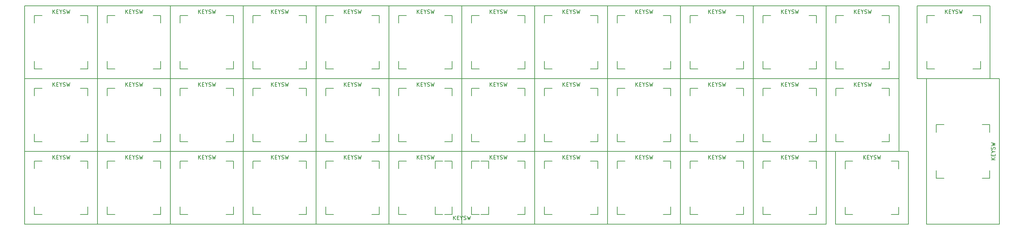
<source format=gbr>
G04 #@! TF.GenerationSoftware,KiCad,Pcbnew,(5.1.5)-3*
G04 #@! TF.CreationDate,2020-01-08T01:13:46+02:00*
G04 #@! TF.ProjectId,PRKL30,50524b4c-3330-42e6-9b69-6361645f7063,rev?*
G04 #@! TF.SameCoordinates,Original*
G04 #@! TF.FileFunction,OtherDrawing,Comment*
%FSLAX46Y46*%
G04 Gerber Fmt 4.6, Leading zero omitted, Abs format (unit mm)*
G04 Created by KiCad (PCBNEW (5.1.5)-3) date 2020-01-08 01:13:46*
%MOMM*%
%LPD*%
G04 APERTURE LIST*
%ADD10C,0.150000*%
G04 APERTURE END LIST*
D10*
X161688000Y-111775000D02*
X159688000Y-111775000D01*
X159688000Y-111775000D02*
X159688000Y-109775000D01*
X161688000Y-97775000D02*
X159688000Y-97775000D01*
X159688000Y-97775000D02*
X159688000Y-99775000D01*
X173688000Y-99775000D02*
X173688000Y-97775000D01*
X173688000Y-97775000D02*
X171688000Y-97775000D01*
X171688000Y-111775000D02*
X173688000Y-111775000D01*
X173688000Y-111775000D02*
X173688000Y-109775000D01*
X185738000Y-114300000D02*
X147638000Y-114300000D01*
X147638000Y-114300000D02*
X147638000Y-95250000D01*
X147638000Y-95250000D02*
X185738000Y-95250000D01*
X185738000Y-95250000D02*
X185738000Y-114300000D01*
X304700000Y-100250000D02*
X304700000Y-102250000D01*
X304700000Y-102250000D02*
X302700000Y-102250000D01*
X290700000Y-100250000D02*
X290700000Y-102250000D01*
X290700000Y-102250000D02*
X292700000Y-102250000D01*
X292700000Y-88250000D02*
X290700000Y-88250000D01*
X290700000Y-88250000D02*
X290700000Y-90250000D01*
X304700000Y-90250000D02*
X304700000Y-88250000D01*
X304700000Y-88250000D02*
X302700000Y-88250000D01*
X307225000Y-76200000D02*
X307225000Y-114300000D01*
X307225000Y-114300000D02*
X288175000Y-114300000D01*
X288175000Y-114300000D02*
X288175000Y-76200000D01*
X288175000Y-76200000D02*
X307225000Y-76200000D01*
X66912500Y-59675000D02*
X68912500Y-59675000D01*
X68912500Y-59675000D02*
X68912500Y-61675000D01*
X66912500Y-73675000D02*
X68912500Y-73675000D01*
X68912500Y-73675000D02*
X68912500Y-71675000D01*
X54912500Y-71675000D02*
X54912500Y-73675000D01*
X54912500Y-73675000D02*
X56912500Y-73675000D01*
X56912500Y-59675000D02*
X54912500Y-59675000D01*
X54912500Y-59675000D02*
X54912500Y-61675000D01*
X52387500Y-57150000D02*
X71437500Y-57150000D01*
X71437500Y-57150000D02*
X71437500Y-76200000D01*
X71437500Y-76200000D02*
X52387500Y-76200000D01*
X52387500Y-76200000D02*
X52387500Y-57150000D01*
X71437500Y-76200000D02*
X71437500Y-57150000D01*
X90487500Y-76200000D02*
X71437500Y-76200000D01*
X90487500Y-57150000D02*
X90487500Y-76200000D01*
X71437500Y-57150000D02*
X90487500Y-57150000D01*
X73962500Y-59675000D02*
X73962500Y-61675000D01*
X75962500Y-59675000D02*
X73962500Y-59675000D01*
X73962500Y-73675000D02*
X75962500Y-73675000D01*
X73962500Y-71675000D02*
X73962500Y-73675000D01*
X87962500Y-73675000D02*
X87962500Y-71675000D01*
X85962500Y-73675000D02*
X87962500Y-73675000D01*
X87962500Y-59675000D02*
X87962500Y-61675000D01*
X85962500Y-59675000D02*
X87962500Y-59675000D01*
X105012000Y-59675000D02*
X107012000Y-59675000D01*
X107012000Y-59675000D02*
X107012000Y-61675000D01*
X105012000Y-73675000D02*
X107012000Y-73675000D01*
X107012000Y-73675000D02*
X107012000Y-71675000D01*
X93012000Y-71675000D02*
X93012000Y-73675000D01*
X93012000Y-73675000D02*
X95012000Y-73675000D01*
X95012000Y-59675000D02*
X93012000Y-59675000D01*
X93012000Y-59675000D02*
X93012000Y-61675000D01*
X90487000Y-57150000D02*
X109537000Y-57150000D01*
X109537000Y-57150000D02*
X109537000Y-76200000D01*
X109537000Y-76200000D02*
X90487000Y-76200000D01*
X90487000Y-76200000D02*
X90487000Y-57150000D01*
X109537000Y-76200000D02*
X109537000Y-57150000D01*
X128587000Y-76200000D02*
X109537000Y-76200000D01*
X128587000Y-57150000D02*
X128587000Y-76200000D01*
X109537000Y-57150000D02*
X128587000Y-57150000D01*
X112062000Y-59675000D02*
X112062000Y-61675000D01*
X114062000Y-59675000D02*
X112062000Y-59675000D01*
X112062000Y-73675000D02*
X114062000Y-73675000D01*
X112062000Y-71675000D02*
X112062000Y-73675000D01*
X126062000Y-73675000D02*
X126062000Y-71675000D01*
X124062000Y-73675000D02*
X126062000Y-73675000D01*
X126062000Y-59675000D02*
X126062000Y-61675000D01*
X124062000Y-59675000D02*
X126062000Y-59675000D01*
X128587000Y-76200000D02*
X128587000Y-57150000D01*
X147637000Y-76200000D02*
X128587000Y-76200000D01*
X147637000Y-57150000D02*
X147637000Y-76200000D01*
X128587000Y-57150000D02*
X147637000Y-57150000D01*
X131112000Y-59675000D02*
X131112000Y-61675000D01*
X133112000Y-59675000D02*
X131112000Y-59675000D01*
X131112000Y-73675000D02*
X133112000Y-73675000D01*
X131112000Y-71675000D02*
X131112000Y-73675000D01*
X145112000Y-73675000D02*
X145112000Y-71675000D01*
X143112000Y-73675000D02*
X145112000Y-73675000D01*
X145112000Y-59675000D02*
X145112000Y-61675000D01*
X143112000Y-59675000D02*
X145112000Y-59675000D01*
X147637000Y-76200000D02*
X147637000Y-57150000D01*
X166687000Y-76200000D02*
X147637000Y-76200000D01*
X166687000Y-57150000D02*
X166687000Y-76200000D01*
X147637000Y-57150000D02*
X166687000Y-57150000D01*
X150162000Y-59675000D02*
X150162000Y-61675000D01*
X152162000Y-59675000D02*
X150162000Y-59675000D01*
X150162000Y-73675000D02*
X152162000Y-73675000D01*
X150162000Y-71675000D02*
X150162000Y-73675000D01*
X164162000Y-73675000D02*
X164162000Y-71675000D01*
X162162000Y-73675000D02*
X164162000Y-73675000D01*
X164162000Y-59675000D02*
X164162000Y-61675000D01*
X162162000Y-59675000D02*
X164162000Y-59675000D01*
X166687000Y-76200000D02*
X166687000Y-57150000D01*
X185737000Y-76200000D02*
X166687000Y-76200000D01*
X185737000Y-57150000D02*
X185737000Y-76200000D01*
X166687000Y-57150000D02*
X185737000Y-57150000D01*
X169212000Y-59675000D02*
X169212000Y-61675000D01*
X171212000Y-59675000D02*
X169212000Y-59675000D01*
X169212000Y-73675000D02*
X171212000Y-73675000D01*
X169212000Y-71675000D02*
X169212000Y-73675000D01*
X183212000Y-73675000D02*
X183212000Y-71675000D01*
X181212000Y-73675000D02*
X183212000Y-73675000D01*
X183212000Y-59675000D02*
X183212000Y-61675000D01*
X181212000Y-59675000D02*
X183212000Y-59675000D01*
X185737000Y-76200000D02*
X185737000Y-57150000D01*
X204787000Y-76200000D02*
X185737000Y-76200000D01*
X204787000Y-57150000D02*
X204787000Y-76200000D01*
X185737000Y-57150000D02*
X204787000Y-57150000D01*
X188262000Y-59675000D02*
X188262000Y-61675000D01*
X190262000Y-59675000D02*
X188262000Y-59675000D01*
X188262000Y-73675000D02*
X190262000Y-73675000D01*
X188262000Y-71675000D02*
X188262000Y-73675000D01*
X202262000Y-73675000D02*
X202262000Y-71675000D01*
X200262000Y-73675000D02*
X202262000Y-73675000D01*
X202262000Y-59675000D02*
X202262000Y-61675000D01*
X200262000Y-59675000D02*
X202262000Y-59675000D01*
X204787000Y-76200000D02*
X204787000Y-57150000D01*
X223837000Y-76200000D02*
X204787000Y-76200000D01*
X223837000Y-57150000D02*
X223837000Y-76200000D01*
X204787000Y-57150000D02*
X223837000Y-57150000D01*
X207312000Y-59675000D02*
X207312000Y-61675000D01*
X209312000Y-59675000D02*
X207312000Y-59675000D01*
X207312000Y-73675000D02*
X209312000Y-73675000D01*
X207312000Y-71675000D02*
X207312000Y-73675000D01*
X221312000Y-73675000D02*
X221312000Y-71675000D01*
X219312000Y-73675000D02*
X221312000Y-73675000D01*
X221312000Y-59675000D02*
X221312000Y-61675000D01*
X219312000Y-59675000D02*
X221312000Y-59675000D01*
X238362000Y-59675000D02*
X240362000Y-59675000D01*
X240362000Y-59675000D02*
X240362000Y-61675000D01*
X238362000Y-73675000D02*
X240362000Y-73675000D01*
X240362000Y-73675000D02*
X240362000Y-71675000D01*
X226362000Y-71675000D02*
X226362000Y-73675000D01*
X226362000Y-73675000D02*
X228362000Y-73675000D01*
X228362000Y-59675000D02*
X226362000Y-59675000D01*
X226362000Y-59675000D02*
X226362000Y-61675000D01*
X223837000Y-57150000D02*
X242887000Y-57150000D01*
X242887000Y-57150000D02*
X242887000Y-76200000D01*
X242887000Y-76200000D02*
X223837000Y-76200000D01*
X223837000Y-76200000D02*
X223837000Y-57150000D01*
X242887000Y-76200000D02*
X242887000Y-57150000D01*
X261937000Y-76200000D02*
X242887000Y-76200000D01*
X261937000Y-57150000D02*
X261937000Y-76200000D01*
X242887000Y-57150000D02*
X261937000Y-57150000D01*
X245412000Y-59675000D02*
X245412000Y-61675000D01*
X247412000Y-59675000D02*
X245412000Y-59675000D01*
X245412000Y-73675000D02*
X247412000Y-73675000D01*
X245412000Y-71675000D02*
X245412000Y-73675000D01*
X259412000Y-73675000D02*
X259412000Y-71675000D01*
X257412000Y-73675000D02*
X259412000Y-73675000D01*
X259412000Y-59675000D02*
X259412000Y-61675000D01*
X257412000Y-59675000D02*
X259412000Y-59675000D01*
X261937000Y-76200000D02*
X261937000Y-57150000D01*
X280987000Y-76200000D02*
X261937000Y-76200000D01*
X280987000Y-57150000D02*
X280987000Y-76200000D01*
X261937000Y-57150000D02*
X280987000Y-57150000D01*
X264462000Y-59675000D02*
X264462000Y-61675000D01*
X266462000Y-59675000D02*
X264462000Y-59675000D01*
X264462000Y-73675000D02*
X266462000Y-73675000D01*
X264462000Y-71675000D02*
X264462000Y-73675000D01*
X278462000Y-73675000D02*
X278462000Y-71675000D01*
X276462000Y-73675000D02*
X278462000Y-73675000D01*
X278462000Y-59675000D02*
X278462000Y-61675000D01*
X276462000Y-59675000D02*
X278462000Y-59675000D01*
X52387500Y-95250000D02*
X52387500Y-76200000D01*
X71437500Y-95250000D02*
X52387500Y-95250000D01*
X71437500Y-76200000D02*
X71437500Y-95250000D01*
X52387500Y-76200000D02*
X71437500Y-76200000D01*
X54912500Y-78725000D02*
X54912500Y-80725000D01*
X56912500Y-78725000D02*
X54912500Y-78725000D01*
X54912500Y-92725000D02*
X56912500Y-92725000D01*
X54912500Y-90725000D02*
X54912500Y-92725000D01*
X68912500Y-92725000D02*
X68912500Y-90725000D01*
X66912500Y-92725000D02*
X68912500Y-92725000D01*
X68912500Y-78725000D02*
X68912500Y-80725000D01*
X66912500Y-78725000D02*
X68912500Y-78725000D01*
X71437500Y-95250000D02*
X71437500Y-76200000D01*
X90487500Y-95250000D02*
X71437500Y-95250000D01*
X90487500Y-76200000D02*
X90487500Y-95250000D01*
X71437500Y-76200000D02*
X90487500Y-76200000D01*
X73962500Y-78725000D02*
X73962500Y-80725000D01*
X75962500Y-78725000D02*
X73962500Y-78725000D01*
X73962500Y-92725000D02*
X75962500Y-92725000D01*
X73962500Y-90725000D02*
X73962500Y-92725000D01*
X87962500Y-92725000D02*
X87962500Y-90725000D01*
X85962500Y-92725000D02*
X87962500Y-92725000D01*
X87962500Y-78725000D02*
X87962500Y-80725000D01*
X85962500Y-78725000D02*
X87962500Y-78725000D01*
X90487000Y-95250000D02*
X90487000Y-76200000D01*
X109537000Y-95250000D02*
X90487000Y-95250000D01*
X109537000Y-76200000D02*
X109537000Y-95250000D01*
X90487000Y-76200000D02*
X109537000Y-76200000D01*
X93012000Y-78725000D02*
X93012000Y-80725000D01*
X95012000Y-78725000D02*
X93012000Y-78725000D01*
X93012000Y-92725000D02*
X95012000Y-92725000D01*
X93012000Y-90725000D02*
X93012000Y-92725000D01*
X107012000Y-92725000D02*
X107012000Y-90725000D01*
X105012000Y-92725000D02*
X107012000Y-92725000D01*
X107012000Y-78725000D02*
X107012000Y-80725000D01*
X105012000Y-78725000D02*
X107012000Y-78725000D01*
X109537000Y-95250000D02*
X109537000Y-76200000D01*
X128587000Y-95250000D02*
X109537000Y-95250000D01*
X128587000Y-76200000D02*
X128587000Y-95250000D01*
X109537000Y-76200000D02*
X128587000Y-76200000D01*
X112062000Y-78725000D02*
X112062000Y-80725000D01*
X114062000Y-78725000D02*
X112062000Y-78725000D01*
X112062000Y-92725000D02*
X114062000Y-92725000D01*
X112062000Y-90725000D02*
X112062000Y-92725000D01*
X126062000Y-92725000D02*
X126062000Y-90725000D01*
X124062000Y-92725000D02*
X126062000Y-92725000D01*
X126062000Y-78725000D02*
X126062000Y-80725000D01*
X124062000Y-78725000D02*
X126062000Y-78725000D01*
X128587000Y-95250000D02*
X128587000Y-76200000D01*
X147637000Y-95250000D02*
X128587000Y-95250000D01*
X147637000Y-76200000D02*
X147637000Y-95250000D01*
X128587000Y-76200000D02*
X147637000Y-76200000D01*
X131112000Y-78725000D02*
X131112000Y-80725000D01*
X133112000Y-78725000D02*
X131112000Y-78725000D01*
X131112000Y-92725000D02*
X133112000Y-92725000D01*
X131112000Y-90725000D02*
X131112000Y-92725000D01*
X145112000Y-92725000D02*
X145112000Y-90725000D01*
X143112000Y-92725000D02*
X145112000Y-92725000D01*
X145112000Y-78725000D02*
X145112000Y-80725000D01*
X143112000Y-78725000D02*
X145112000Y-78725000D01*
X147637000Y-95250000D02*
X147637000Y-76200000D01*
X166687000Y-95250000D02*
X147637000Y-95250000D01*
X166687000Y-76200000D02*
X166687000Y-95250000D01*
X147637000Y-76200000D02*
X166687000Y-76200000D01*
X150162000Y-78725000D02*
X150162000Y-80725000D01*
X152162000Y-78725000D02*
X150162000Y-78725000D01*
X150162000Y-92725000D02*
X152162000Y-92725000D01*
X150162000Y-90725000D02*
X150162000Y-92725000D01*
X164162000Y-92725000D02*
X164162000Y-90725000D01*
X162162000Y-92725000D02*
X164162000Y-92725000D01*
X164162000Y-78725000D02*
X164162000Y-80725000D01*
X162162000Y-78725000D02*
X164162000Y-78725000D01*
X166687000Y-95250000D02*
X166687000Y-76200000D01*
X185737000Y-95250000D02*
X166687000Y-95250000D01*
X185737000Y-76200000D02*
X185737000Y-95250000D01*
X166687000Y-76200000D02*
X185737000Y-76200000D01*
X169212000Y-78725000D02*
X169212000Y-80725000D01*
X171212000Y-78725000D02*
X169212000Y-78725000D01*
X169212000Y-92725000D02*
X171212000Y-92725000D01*
X169212000Y-90725000D02*
X169212000Y-92725000D01*
X183212000Y-92725000D02*
X183212000Y-90725000D01*
X181212000Y-92725000D02*
X183212000Y-92725000D01*
X183212000Y-78725000D02*
X183212000Y-80725000D01*
X181212000Y-78725000D02*
X183212000Y-78725000D01*
X185737000Y-95250000D02*
X185737000Y-76200000D01*
X204787000Y-95250000D02*
X185737000Y-95250000D01*
X204787000Y-76200000D02*
X204787000Y-95250000D01*
X185737000Y-76200000D02*
X204787000Y-76200000D01*
X188262000Y-78725000D02*
X188262000Y-80725000D01*
X190262000Y-78725000D02*
X188262000Y-78725000D01*
X188262000Y-92725000D02*
X190262000Y-92725000D01*
X188262000Y-90725000D02*
X188262000Y-92725000D01*
X202262000Y-92725000D02*
X202262000Y-90725000D01*
X200262000Y-92725000D02*
X202262000Y-92725000D01*
X202262000Y-78725000D02*
X202262000Y-80725000D01*
X200262000Y-78725000D02*
X202262000Y-78725000D01*
X219312000Y-78725000D02*
X221312000Y-78725000D01*
X221312000Y-78725000D02*
X221312000Y-80725000D01*
X219312000Y-92725000D02*
X221312000Y-92725000D01*
X221312000Y-92725000D02*
X221312000Y-90725000D01*
X207312000Y-90725000D02*
X207312000Y-92725000D01*
X207312000Y-92725000D02*
X209312000Y-92725000D01*
X209312000Y-78725000D02*
X207312000Y-78725000D01*
X207312000Y-78725000D02*
X207312000Y-80725000D01*
X204787000Y-76200000D02*
X223837000Y-76200000D01*
X223837000Y-76200000D02*
X223837000Y-95250000D01*
X223837000Y-95250000D02*
X204787000Y-95250000D01*
X204787000Y-95250000D02*
X204787000Y-76200000D01*
X238362000Y-78725000D02*
X240362000Y-78725000D01*
X240362000Y-78725000D02*
X240362000Y-80725000D01*
X238362000Y-92725000D02*
X240362000Y-92725000D01*
X240362000Y-92725000D02*
X240362000Y-90725000D01*
X226362000Y-90725000D02*
X226362000Y-92725000D01*
X226362000Y-92725000D02*
X228362000Y-92725000D01*
X228362000Y-78725000D02*
X226362000Y-78725000D01*
X226362000Y-78725000D02*
X226362000Y-80725000D01*
X223837000Y-76200000D02*
X242887000Y-76200000D01*
X242887000Y-76200000D02*
X242887000Y-95250000D01*
X242887000Y-95250000D02*
X223837000Y-95250000D01*
X223837000Y-95250000D02*
X223837000Y-76200000D01*
X257412000Y-78725000D02*
X259412000Y-78725000D01*
X259412000Y-78725000D02*
X259412000Y-80725000D01*
X257412000Y-92725000D02*
X259412000Y-92725000D01*
X259412000Y-92725000D02*
X259412000Y-90725000D01*
X245412000Y-90725000D02*
X245412000Y-92725000D01*
X245412000Y-92725000D02*
X247412000Y-92725000D01*
X247412000Y-78725000D02*
X245412000Y-78725000D01*
X245412000Y-78725000D02*
X245412000Y-80725000D01*
X242887000Y-76200000D02*
X261937000Y-76200000D01*
X261937000Y-76200000D02*
X261937000Y-95250000D01*
X261937000Y-95250000D02*
X242887000Y-95250000D01*
X242887000Y-95250000D02*
X242887000Y-76200000D01*
X276462000Y-78725000D02*
X278462000Y-78725000D01*
X278462000Y-78725000D02*
X278462000Y-80725000D01*
X276462000Y-92725000D02*
X278462000Y-92725000D01*
X278462000Y-92725000D02*
X278462000Y-90725000D01*
X264462000Y-90725000D02*
X264462000Y-92725000D01*
X264462000Y-92725000D02*
X266462000Y-92725000D01*
X266462000Y-78725000D02*
X264462000Y-78725000D01*
X264462000Y-78725000D02*
X264462000Y-80725000D01*
X261937000Y-76200000D02*
X280987000Y-76200000D01*
X280987000Y-76200000D02*
X280987000Y-95250000D01*
X280987000Y-95250000D02*
X261937000Y-95250000D01*
X261937000Y-95250000D02*
X261937000Y-76200000D01*
X66912500Y-97775000D02*
X68912500Y-97775000D01*
X68912500Y-97775000D02*
X68912500Y-99775000D01*
X66912500Y-111775000D02*
X68912500Y-111775000D01*
X68912500Y-111775000D02*
X68912500Y-109775000D01*
X54912500Y-109775000D02*
X54912500Y-111775000D01*
X54912500Y-111775000D02*
X56912500Y-111775000D01*
X56912500Y-97775000D02*
X54912500Y-97775000D01*
X54912500Y-97775000D02*
X54912500Y-99775000D01*
X52387500Y-95250000D02*
X71437500Y-95250000D01*
X71437500Y-95250000D02*
X71437500Y-114300000D01*
X71437500Y-114300000D02*
X52387500Y-114300000D01*
X52387500Y-114300000D02*
X52387500Y-95250000D01*
X85962500Y-97775000D02*
X87962500Y-97775000D01*
X87962500Y-97775000D02*
X87962500Y-99775000D01*
X85962500Y-111775000D02*
X87962500Y-111775000D01*
X87962500Y-111775000D02*
X87962500Y-109775000D01*
X73962500Y-109775000D02*
X73962500Y-111775000D01*
X73962500Y-111775000D02*
X75962500Y-111775000D01*
X75962500Y-97775000D02*
X73962500Y-97775000D01*
X73962500Y-97775000D02*
X73962500Y-99775000D01*
X71437500Y-95250000D02*
X90487500Y-95250000D01*
X90487500Y-95250000D02*
X90487500Y-114300000D01*
X90487500Y-114300000D02*
X71437500Y-114300000D01*
X71437500Y-114300000D02*
X71437500Y-95250000D01*
X105012000Y-97775000D02*
X107012000Y-97775000D01*
X107012000Y-97775000D02*
X107012000Y-99775000D01*
X105012000Y-111775000D02*
X107012000Y-111775000D01*
X107012000Y-111775000D02*
X107012000Y-109775000D01*
X93012000Y-109775000D02*
X93012000Y-111775000D01*
X93012000Y-111775000D02*
X95012000Y-111775000D01*
X95012000Y-97775000D02*
X93012000Y-97775000D01*
X93012000Y-97775000D02*
X93012000Y-99775000D01*
X90487000Y-95250000D02*
X109537000Y-95250000D01*
X109537000Y-95250000D02*
X109537000Y-114300000D01*
X109537000Y-114300000D02*
X90487000Y-114300000D01*
X90487000Y-114300000D02*
X90487000Y-95250000D01*
X124062000Y-97775000D02*
X126062000Y-97775000D01*
X126062000Y-97775000D02*
X126062000Y-99775000D01*
X124062000Y-111775000D02*
X126062000Y-111775000D01*
X126062000Y-111775000D02*
X126062000Y-109775000D01*
X112062000Y-109775000D02*
X112062000Y-111775000D01*
X112062000Y-111775000D02*
X114062000Y-111775000D01*
X114062000Y-97775000D02*
X112062000Y-97775000D01*
X112062000Y-97775000D02*
X112062000Y-99775000D01*
X109537000Y-95250000D02*
X128587000Y-95250000D01*
X128587000Y-95250000D02*
X128587000Y-114300000D01*
X128587000Y-114300000D02*
X109537000Y-114300000D01*
X109537000Y-114300000D02*
X109537000Y-95250000D01*
X143112000Y-97775000D02*
X145112000Y-97775000D01*
X145112000Y-97775000D02*
X145112000Y-99775000D01*
X143112000Y-111775000D02*
X145112000Y-111775000D01*
X145112000Y-111775000D02*
X145112000Y-109775000D01*
X131112000Y-109775000D02*
X131112000Y-111775000D01*
X131112000Y-111775000D02*
X133112000Y-111775000D01*
X133112000Y-97775000D02*
X131112000Y-97775000D01*
X131112000Y-97775000D02*
X131112000Y-99775000D01*
X128587000Y-95250000D02*
X147637000Y-95250000D01*
X147637000Y-95250000D02*
X147637000Y-114300000D01*
X147637000Y-114300000D02*
X128587000Y-114300000D01*
X128587000Y-114300000D02*
X128587000Y-95250000D01*
X147637000Y-114300000D02*
X147637000Y-95250000D01*
X166687000Y-114300000D02*
X147637000Y-114300000D01*
X166687000Y-95250000D02*
X166687000Y-114300000D01*
X147637000Y-95250000D02*
X166687000Y-95250000D01*
X150162000Y-97775000D02*
X150162000Y-99775000D01*
X152162000Y-97775000D02*
X150162000Y-97775000D01*
X150162000Y-111775000D02*
X152162000Y-111775000D01*
X150162000Y-109775000D02*
X150162000Y-111775000D01*
X164162000Y-111775000D02*
X164162000Y-109775000D01*
X162162000Y-111775000D02*
X164162000Y-111775000D01*
X164162000Y-97775000D02*
X164162000Y-99775000D01*
X162162000Y-97775000D02*
X164162000Y-97775000D01*
X181212000Y-97775000D02*
X183212000Y-97775000D01*
X183212000Y-97775000D02*
X183212000Y-99775000D01*
X181212000Y-111775000D02*
X183212000Y-111775000D01*
X183212000Y-111775000D02*
X183212000Y-109775000D01*
X169212000Y-109775000D02*
X169212000Y-111775000D01*
X169212000Y-111775000D02*
X171212000Y-111775000D01*
X171212000Y-97775000D02*
X169212000Y-97775000D01*
X169212000Y-97775000D02*
X169212000Y-99775000D01*
X166687000Y-95250000D02*
X185737000Y-95250000D01*
X185737000Y-95250000D02*
X185737000Y-114300000D01*
X185737000Y-114300000D02*
X166687000Y-114300000D01*
X166687000Y-114300000D02*
X166687000Y-95250000D01*
X200262000Y-97775000D02*
X202262000Y-97775000D01*
X202262000Y-97775000D02*
X202262000Y-99775000D01*
X200262000Y-111775000D02*
X202262000Y-111775000D01*
X202262000Y-111775000D02*
X202262000Y-109775000D01*
X188262000Y-109775000D02*
X188262000Y-111775000D01*
X188262000Y-111775000D02*
X190262000Y-111775000D01*
X190262000Y-97775000D02*
X188262000Y-97775000D01*
X188262000Y-97775000D02*
X188262000Y-99775000D01*
X185737000Y-95250000D02*
X204787000Y-95250000D01*
X204787000Y-95250000D02*
X204787000Y-114300000D01*
X204787000Y-114300000D02*
X185737000Y-114300000D01*
X185737000Y-114300000D02*
X185737000Y-95250000D01*
X219312000Y-97775000D02*
X221312000Y-97775000D01*
X221312000Y-97775000D02*
X221312000Y-99775000D01*
X219312000Y-111775000D02*
X221312000Y-111775000D01*
X221312000Y-111775000D02*
X221312000Y-109775000D01*
X207312000Y-109775000D02*
X207312000Y-111775000D01*
X207312000Y-111775000D02*
X209312000Y-111775000D01*
X209312000Y-97775000D02*
X207312000Y-97775000D01*
X207312000Y-97775000D02*
X207312000Y-99775000D01*
X204787000Y-95250000D02*
X223837000Y-95250000D01*
X223837000Y-95250000D02*
X223837000Y-114300000D01*
X223837000Y-114300000D02*
X204787000Y-114300000D01*
X204787000Y-114300000D02*
X204787000Y-95250000D01*
X238362000Y-97775000D02*
X240362000Y-97775000D01*
X240362000Y-97775000D02*
X240362000Y-99775000D01*
X238362000Y-111775000D02*
X240362000Y-111775000D01*
X240362000Y-111775000D02*
X240362000Y-109775000D01*
X226362000Y-109775000D02*
X226362000Y-111775000D01*
X226362000Y-111775000D02*
X228362000Y-111775000D01*
X228362000Y-97775000D02*
X226362000Y-97775000D01*
X226362000Y-97775000D02*
X226362000Y-99775000D01*
X223837000Y-95250000D02*
X242887000Y-95250000D01*
X242887000Y-95250000D02*
X242887000Y-114300000D01*
X242887000Y-114300000D02*
X223837000Y-114300000D01*
X223837000Y-114300000D02*
X223837000Y-95250000D01*
X257412000Y-97775000D02*
X259412000Y-97775000D01*
X259412000Y-97775000D02*
X259412000Y-99775000D01*
X257412000Y-111775000D02*
X259412000Y-111775000D01*
X259412000Y-111775000D02*
X259412000Y-109775000D01*
X245412000Y-109775000D02*
X245412000Y-111775000D01*
X245412000Y-111775000D02*
X247412000Y-111775000D01*
X247412000Y-97775000D02*
X245412000Y-97775000D01*
X245412000Y-97775000D02*
X245412000Y-99775000D01*
X242887000Y-95250000D02*
X261937000Y-95250000D01*
X261937000Y-95250000D02*
X261937000Y-114300000D01*
X261937000Y-114300000D02*
X242887000Y-114300000D01*
X242887000Y-114300000D02*
X242887000Y-95250000D01*
X278900000Y-97800000D02*
X280900000Y-97800000D01*
X280900000Y-97800000D02*
X280900000Y-99800000D01*
X278900000Y-111800000D02*
X280900000Y-111800000D01*
X280900000Y-111800000D02*
X280900000Y-109800000D01*
X266900000Y-109800000D02*
X266900000Y-111800000D01*
X266900000Y-111800000D02*
X268900000Y-111800000D01*
X268900000Y-97800000D02*
X266900000Y-97800000D01*
X266900000Y-97800000D02*
X266900000Y-99800000D01*
X264375000Y-95275000D02*
X283425000Y-95275000D01*
X283425000Y-95275000D02*
X283425000Y-114325000D01*
X283425000Y-114325000D02*
X264375000Y-114325000D01*
X264375000Y-114325000D02*
X264375000Y-95275000D01*
X300275000Y-59675000D02*
X302275000Y-59675000D01*
X302275000Y-59675000D02*
X302275000Y-61675000D01*
X300275000Y-73675000D02*
X302275000Y-73675000D01*
X302275000Y-73675000D02*
X302275000Y-71675000D01*
X288275000Y-71675000D02*
X288275000Y-73675000D01*
X288275000Y-73675000D02*
X290275000Y-73675000D01*
X290275000Y-59675000D02*
X288275000Y-59675000D01*
X288275000Y-59675000D02*
X288275000Y-61675000D01*
X285750000Y-57150000D02*
X304800000Y-57150000D01*
X304800000Y-57150000D02*
X304800000Y-76200000D01*
X304800000Y-76200000D02*
X285750000Y-76200000D01*
X285750000Y-76200000D02*
X285750000Y-57150000D01*
X164497523Y-113164880D02*
X164497523Y-112164880D01*
X165068952Y-113164880D02*
X164640380Y-112593452D01*
X165068952Y-112164880D02*
X164497523Y-112736309D01*
X165497523Y-112641071D02*
X165830857Y-112641071D01*
X165973714Y-113164880D02*
X165497523Y-113164880D01*
X165497523Y-112164880D01*
X165973714Y-112164880D01*
X166592761Y-112688690D02*
X166592761Y-113164880D01*
X166259428Y-112164880D02*
X166592761Y-112688690D01*
X166926095Y-112164880D01*
X167211809Y-113117261D02*
X167354666Y-113164880D01*
X167592761Y-113164880D01*
X167688000Y-113117261D01*
X167735619Y-113069642D01*
X167783238Y-112974404D01*
X167783238Y-112879166D01*
X167735619Y-112783928D01*
X167688000Y-112736309D01*
X167592761Y-112688690D01*
X167402285Y-112641071D01*
X167307047Y-112593452D01*
X167259428Y-112545833D01*
X167211809Y-112450595D01*
X167211809Y-112355357D01*
X167259428Y-112260119D01*
X167307047Y-112212500D01*
X167402285Y-112164880D01*
X167640380Y-112164880D01*
X167783238Y-112212500D01*
X168116571Y-112164880D02*
X168354666Y-113164880D01*
X168545142Y-112450595D01*
X168735619Y-113164880D01*
X168973714Y-112164880D01*
X306089880Y-97440476D02*
X305089880Y-97440476D01*
X306089880Y-96869047D02*
X305518452Y-97297619D01*
X305089880Y-96869047D02*
X305661309Y-97440476D01*
X305566071Y-96440476D02*
X305566071Y-96107142D01*
X306089880Y-95964285D02*
X306089880Y-96440476D01*
X305089880Y-96440476D01*
X305089880Y-95964285D01*
X305613690Y-95345238D02*
X306089880Y-95345238D01*
X305089880Y-95678571D02*
X305613690Y-95345238D01*
X305089880Y-95011904D01*
X306042261Y-94726190D02*
X306089880Y-94583333D01*
X306089880Y-94345238D01*
X306042261Y-94250000D01*
X305994642Y-94202380D01*
X305899404Y-94154761D01*
X305804166Y-94154761D01*
X305708928Y-94202380D01*
X305661309Y-94250000D01*
X305613690Y-94345238D01*
X305566071Y-94535714D01*
X305518452Y-94630952D01*
X305470833Y-94678571D01*
X305375595Y-94726190D01*
X305280357Y-94726190D01*
X305185119Y-94678571D01*
X305137500Y-94630952D01*
X305089880Y-94535714D01*
X305089880Y-94297619D01*
X305137500Y-94154761D01*
X305089880Y-93821428D02*
X306089880Y-93583333D01*
X305375595Y-93392857D01*
X306089880Y-93202380D01*
X305089880Y-92964285D01*
X59722023Y-59189880D02*
X59722023Y-58189880D01*
X60293452Y-59189880D02*
X59864880Y-58618452D01*
X60293452Y-58189880D02*
X59722023Y-58761309D01*
X60722023Y-58666071D02*
X61055357Y-58666071D01*
X61198214Y-59189880D02*
X60722023Y-59189880D01*
X60722023Y-58189880D01*
X61198214Y-58189880D01*
X61817261Y-58713690D02*
X61817261Y-59189880D01*
X61483928Y-58189880D02*
X61817261Y-58713690D01*
X62150595Y-58189880D01*
X62436309Y-59142261D02*
X62579166Y-59189880D01*
X62817261Y-59189880D01*
X62912500Y-59142261D01*
X62960119Y-59094642D01*
X63007738Y-58999404D01*
X63007738Y-58904166D01*
X62960119Y-58808928D01*
X62912500Y-58761309D01*
X62817261Y-58713690D01*
X62626785Y-58666071D01*
X62531547Y-58618452D01*
X62483928Y-58570833D01*
X62436309Y-58475595D01*
X62436309Y-58380357D01*
X62483928Y-58285119D01*
X62531547Y-58237500D01*
X62626785Y-58189880D01*
X62864880Y-58189880D01*
X63007738Y-58237500D01*
X63341071Y-58189880D02*
X63579166Y-59189880D01*
X63769642Y-58475595D01*
X63960119Y-59189880D01*
X64198214Y-58189880D01*
X78772023Y-59189880D02*
X78772023Y-58189880D01*
X79343452Y-59189880D02*
X78914880Y-58618452D01*
X79343452Y-58189880D02*
X78772023Y-58761309D01*
X79772023Y-58666071D02*
X80105357Y-58666071D01*
X80248214Y-59189880D02*
X79772023Y-59189880D01*
X79772023Y-58189880D01*
X80248214Y-58189880D01*
X80867261Y-58713690D02*
X80867261Y-59189880D01*
X80533928Y-58189880D02*
X80867261Y-58713690D01*
X81200595Y-58189880D01*
X81486309Y-59142261D02*
X81629166Y-59189880D01*
X81867261Y-59189880D01*
X81962500Y-59142261D01*
X82010119Y-59094642D01*
X82057738Y-58999404D01*
X82057738Y-58904166D01*
X82010119Y-58808928D01*
X81962500Y-58761309D01*
X81867261Y-58713690D01*
X81676785Y-58666071D01*
X81581547Y-58618452D01*
X81533928Y-58570833D01*
X81486309Y-58475595D01*
X81486309Y-58380357D01*
X81533928Y-58285119D01*
X81581547Y-58237500D01*
X81676785Y-58189880D01*
X81914880Y-58189880D01*
X82057738Y-58237500D01*
X82391071Y-58189880D02*
X82629166Y-59189880D01*
X82819642Y-58475595D01*
X83010119Y-59189880D01*
X83248214Y-58189880D01*
X97821523Y-59189880D02*
X97821523Y-58189880D01*
X98392952Y-59189880D02*
X97964380Y-58618452D01*
X98392952Y-58189880D02*
X97821523Y-58761309D01*
X98821523Y-58666071D02*
X99154857Y-58666071D01*
X99297714Y-59189880D02*
X98821523Y-59189880D01*
X98821523Y-58189880D01*
X99297714Y-58189880D01*
X99916761Y-58713690D02*
X99916761Y-59189880D01*
X99583428Y-58189880D02*
X99916761Y-58713690D01*
X100250095Y-58189880D01*
X100535809Y-59142261D02*
X100678666Y-59189880D01*
X100916761Y-59189880D01*
X101012000Y-59142261D01*
X101059619Y-59094642D01*
X101107238Y-58999404D01*
X101107238Y-58904166D01*
X101059619Y-58808928D01*
X101012000Y-58761309D01*
X100916761Y-58713690D01*
X100726285Y-58666071D01*
X100631047Y-58618452D01*
X100583428Y-58570833D01*
X100535809Y-58475595D01*
X100535809Y-58380357D01*
X100583428Y-58285119D01*
X100631047Y-58237500D01*
X100726285Y-58189880D01*
X100964380Y-58189880D01*
X101107238Y-58237500D01*
X101440571Y-58189880D02*
X101678666Y-59189880D01*
X101869142Y-58475595D01*
X102059619Y-59189880D01*
X102297714Y-58189880D01*
X116871523Y-59189880D02*
X116871523Y-58189880D01*
X117442952Y-59189880D02*
X117014380Y-58618452D01*
X117442952Y-58189880D02*
X116871523Y-58761309D01*
X117871523Y-58666071D02*
X118204857Y-58666071D01*
X118347714Y-59189880D02*
X117871523Y-59189880D01*
X117871523Y-58189880D01*
X118347714Y-58189880D01*
X118966761Y-58713690D02*
X118966761Y-59189880D01*
X118633428Y-58189880D02*
X118966761Y-58713690D01*
X119300095Y-58189880D01*
X119585809Y-59142261D02*
X119728666Y-59189880D01*
X119966761Y-59189880D01*
X120062000Y-59142261D01*
X120109619Y-59094642D01*
X120157238Y-58999404D01*
X120157238Y-58904166D01*
X120109619Y-58808928D01*
X120062000Y-58761309D01*
X119966761Y-58713690D01*
X119776285Y-58666071D01*
X119681047Y-58618452D01*
X119633428Y-58570833D01*
X119585809Y-58475595D01*
X119585809Y-58380357D01*
X119633428Y-58285119D01*
X119681047Y-58237500D01*
X119776285Y-58189880D01*
X120014380Y-58189880D01*
X120157238Y-58237500D01*
X120490571Y-58189880D02*
X120728666Y-59189880D01*
X120919142Y-58475595D01*
X121109619Y-59189880D01*
X121347714Y-58189880D01*
X135921523Y-59189880D02*
X135921523Y-58189880D01*
X136492952Y-59189880D02*
X136064380Y-58618452D01*
X136492952Y-58189880D02*
X135921523Y-58761309D01*
X136921523Y-58666071D02*
X137254857Y-58666071D01*
X137397714Y-59189880D02*
X136921523Y-59189880D01*
X136921523Y-58189880D01*
X137397714Y-58189880D01*
X138016761Y-58713690D02*
X138016761Y-59189880D01*
X137683428Y-58189880D02*
X138016761Y-58713690D01*
X138350095Y-58189880D01*
X138635809Y-59142261D02*
X138778666Y-59189880D01*
X139016761Y-59189880D01*
X139112000Y-59142261D01*
X139159619Y-59094642D01*
X139207238Y-58999404D01*
X139207238Y-58904166D01*
X139159619Y-58808928D01*
X139112000Y-58761309D01*
X139016761Y-58713690D01*
X138826285Y-58666071D01*
X138731047Y-58618452D01*
X138683428Y-58570833D01*
X138635809Y-58475595D01*
X138635809Y-58380357D01*
X138683428Y-58285119D01*
X138731047Y-58237500D01*
X138826285Y-58189880D01*
X139064380Y-58189880D01*
X139207238Y-58237500D01*
X139540571Y-58189880D02*
X139778666Y-59189880D01*
X139969142Y-58475595D01*
X140159619Y-59189880D01*
X140397714Y-58189880D01*
X154971523Y-59189880D02*
X154971523Y-58189880D01*
X155542952Y-59189880D02*
X155114380Y-58618452D01*
X155542952Y-58189880D02*
X154971523Y-58761309D01*
X155971523Y-58666071D02*
X156304857Y-58666071D01*
X156447714Y-59189880D02*
X155971523Y-59189880D01*
X155971523Y-58189880D01*
X156447714Y-58189880D01*
X157066761Y-58713690D02*
X157066761Y-59189880D01*
X156733428Y-58189880D02*
X157066761Y-58713690D01*
X157400095Y-58189880D01*
X157685809Y-59142261D02*
X157828666Y-59189880D01*
X158066761Y-59189880D01*
X158162000Y-59142261D01*
X158209619Y-59094642D01*
X158257238Y-58999404D01*
X158257238Y-58904166D01*
X158209619Y-58808928D01*
X158162000Y-58761309D01*
X158066761Y-58713690D01*
X157876285Y-58666071D01*
X157781047Y-58618452D01*
X157733428Y-58570833D01*
X157685809Y-58475595D01*
X157685809Y-58380357D01*
X157733428Y-58285119D01*
X157781047Y-58237500D01*
X157876285Y-58189880D01*
X158114380Y-58189880D01*
X158257238Y-58237500D01*
X158590571Y-58189880D02*
X158828666Y-59189880D01*
X159019142Y-58475595D01*
X159209619Y-59189880D01*
X159447714Y-58189880D01*
X174021523Y-59189880D02*
X174021523Y-58189880D01*
X174592952Y-59189880D02*
X174164380Y-58618452D01*
X174592952Y-58189880D02*
X174021523Y-58761309D01*
X175021523Y-58666071D02*
X175354857Y-58666071D01*
X175497714Y-59189880D02*
X175021523Y-59189880D01*
X175021523Y-58189880D01*
X175497714Y-58189880D01*
X176116761Y-58713690D02*
X176116761Y-59189880D01*
X175783428Y-58189880D02*
X176116761Y-58713690D01*
X176450095Y-58189880D01*
X176735809Y-59142261D02*
X176878666Y-59189880D01*
X177116761Y-59189880D01*
X177212000Y-59142261D01*
X177259619Y-59094642D01*
X177307238Y-58999404D01*
X177307238Y-58904166D01*
X177259619Y-58808928D01*
X177212000Y-58761309D01*
X177116761Y-58713690D01*
X176926285Y-58666071D01*
X176831047Y-58618452D01*
X176783428Y-58570833D01*
X176735809Y-58475595D01*
X176735809Y-58380357D01*
X176783428Y-58285119D01*
X176831047Y-58237500D01*
X176926285Y-58189880D01*
X177164380Y-58189880D01*
X177307238Y-58237500D01*
X177640571Y-58189880D02*
X177878666Y-59189880D01*
X178069142Y-58475595D01*
X178259619Y-59189880D01*
X178497714Y-58189880D01*
X193071523Y-59189880D02*
X193071523Y-58189880D01*
X193642952Y-59189880D02*
X193214380Y-58618452D01*
X193642952Y-58189880D02*
X193071523Y-58761309D01*
X194071523Y-58666071D02*
X194404857Y-58666071D01*
X194547714Y-59189880D02*
X194071523Y-59189880D01*
X194071523Y-58189880D01*
X194547714Y-58189880D01*
X195166761Y-58713690D02*
X195166761Y-59189880D01*
X194833428Y-58189880D02*
X195166761Y-58713690D01*
X195500095Y-58189880D01*
X195785809Y-59142261D02*
X195928666Y-59189880D01*
X196166761Y-59189880D01*
X196262000Y-59142261D01*
X196309619Y-59094642D01*
X196357238Y-58999404D01*
X196357238Y-58904166D01*
X196309619Y-58808928D01*
X196262000Y-58761309D01*
X196166761Y-58713690D01*
X195976285Y-58666071D01*
X195881047Y-58618452D01*
X195833428Y-58570833D01*
X195785809Y-58475595D01*
X195785809Y-58380357D01*
X195833428Y-58285119D01*
X195881047Y-58237500D01*
X195976285Y-58189880D01*
X196214380Y-58189880D01*
X196357238Y-58237500D01*
X196690571Y-58189880D02*
X196928666Y-59189880D01*
X197119142Y-58475595D01*
X197309619Y-59189880D01*
X197547714Y-58189880D01*
X212121523Y-59189880D02*
X212121523Y-58189880D01*
X212692952Y-59189880D02*
X212264380Y-58618452D01*
X212692952Y-58189880D02*
X212121523Y-58761309D01*
X213121523Y-58666071D02*
X213454857Y-58666071D01*
X213597714Y-59189880D02*
X213121523Y-59189880D01*
X213121523Y-58189880D01*
X213597714Y-58189880D01*
X214216761Y-58713690D02*
X214216761Y-59189880D01*
X213883428Y-58189880D02*
X214216761Y-58713690D01*
X214550095Y-58189880D01*
X214835809Y-59142261D02*
X214978666Y-59189880D01*
X215216761Y-59189880D01*
X215312000Y-59142261D01*
X215359619Y-59094642D01*
X215407238Y-58999404D01*
X215407238Y-58904166D01*
X215359619Y-58808928D01*
X215312000Y-58761309D01*
X215216761Y-58713690D01*
X215026285Y-58666071D01*
X214931047Y-58618452D01*
X214883428Y-58570833D01*
X214835809Y-58475595D01*
X214835809Y-58380357D01*
X214883428Y-58285119D01*
X214931047Y-58237500D01*
X215026285Y-58189880D01*
X215264380Y-58189880D01*
X215407238Y-58237500D01*
X215740571Y-58189880D02*
X215978666Y-59189880D01*
X216169142Y-58475595D01*
X216359619Y-59189880D01*
X216597714Y-58189880D01*
X231171523Y-59189880D02*
X231171523Y-58189880D01*
X231742952Y-59189880D02*
X231314380Y-58618452D01*
X231742952Y-58189880D02*
X231171523Y-58761309D01*
X232171523Y-58666071D02*
X232504857Y-58666071D01*
X232647714Y-59189880D02*
X232171523Y-59189880D01*
X232171523Y-58189880D01*
X232647714Y-58189880D01*
X233266761Y-58713690D02*
X233266761Y-59189880D01*
X232933428Y-58189880D02*
X233266761Y-58713690D01*
X233600095Y-58189880D01*
X233885809Y-59142261D02*
X234028666Y-59189880D01*
X234266761Y-59189880D01*
X234362000Y-59142261D01*
X234409619Y-59094642D01*
X234457238Y-58999404D01*
X234457238Y-58904166D01*
X234409619Y-58808928D01*
X234362000Y-58761309D01*
X234266761Y-58713690D01*
X234076285Y-58666071D01*
X233981047Y-58618452D01*
X233933428Y-58570833D01*
X233885809Y-58475595D01*
X233885809Y-58380357D01*
X233933428Y-58285119D01*
X233981047Y-58237500D01*
X234076285Y-58189880D01*
X234314380Y-58189880D01*
X234457238Y-58237500D01*
X234790571Y-58189880D02*
X235028666Y-59189880D01*
X235219142Y-58475595D01*
X235409619Y-59189880D01*
X235647714Y-58189880D01*
X250221523Y-59189880D02*
X250221523Y-58189880D01*
X250792952Y-59189880D02*
X250364380Y-58618452D01*
X250792952Y-58189880D02*
X250221523Y-58761309D01*
X251221523Y-58666071D02*
X251554857Y-58666071D01*
X251697714Y-59189880D02*
X251221523Y-59189880D01*
X251221523Y-58189880D01*
X251697714Y-58189880D01*
X252316761Y-58713690D02*
X252316761Y-59189880D01*
X251983428Y-58189880D02*
X252316761Y-58713690D01*
X252650095Y-58189880D01*
X252935809Y-59142261D02*
X253078666Y-59189880D01*
X253316761Y-59189880D01*
X253412000Y-59142261D01*
X253459619Y-59094642D01*
X253507238Y-58999404D01*
X253507238Y-58904166D01*
X253459619Y-58808928D01*
X253412000Y-58761309D01*
X253316761Y-58713690D01*
X253126285Y-58666071D01*
X253031047Y-58618452D01*
X252983428Y-58570833D01*
X252935809Y-58475595D01*
X252935809Y-58380357D01*
X252983428Y-58285119D01*
X253031047Y-58237500D01*
X253126285Y-58189880D01*
X253364380Y-58189880D01*
X253507238Y-58237500D01*
X253840571Y-58189880D02*
X254078666Y-59189880D01*
X254269142Y-58475595D01*
X254459619Y-59189880D01*
X254697714Y-58189880D01*
X269271523Y-59189880D02*
X269271523Y-58189880D01*
X269842952Y-59189880D02*
X269414380Y-58618452D01*
X269842952Y-58189880D02*
X269271523Y-58761309D01*
X270271523Y-58666071D02*
X270604857Y-58666071D01*
X270747714Y-59189880D02*
X270271523Y-59189880D01*
X270271523Y-58189880D01*
X270747714Y-58189880D01*
X271366761Y-58713690D02*
X271366761Y-59189880D01*
X271033428Y-58189880D02*
X271366761Y-58713690D01*
X271700095Y-58189880D01*
X271985809Y-59142261D02*
X272128666Y-59189880D01*
X272366761Y-59189880D01*
X272462000Y-59142261D01*
X272509619Y-59094642D01*
X272557238Y-58999404D01*
X272557238Y-58904166D01*
X272509619Y-58808928D01*
X272462000Y-58761309D01*
X272366761Y-58713690D01*
X272176285Y-58666071D01*
X272081047Y-58618452D01*
X272033428Y-58570833D01*
X271985809Y-58475595D01*
X271985809Y-58380357D01*
X272033428Y-58285119D01*
X272081047Y-58237500D01*
X272176285Y-58189880D01*
X272414380Y-58189880D01*
X272557238Y-58237500D01*
X272890571Y-58189880D02*
X273128666Y-59189880D01*
X273319142Y-58475595D01*
X273509619Y-59189880D01*
X273747714Y-58189880D01*
X59722023Y-78239880D02*
X59722023Y-77239880D01*
X60293452Y-78239880D02*
X59864880Y-77668452D01*
X60293452Y-77239880D02*
X59722023Y-77811309D01*
X60722023Y-77716071D02*
X61055357Y-77716071D01*
X61198214Y-78239880D02*
X60722023Y-78239880D01*
X60722023Y-77239880D01*
X61198214Y-77239880D01*
X61817261Y-77763690D02*
X61817261Y-78239880D01*
X61483928Y-77239880D02*
X61817261Y-77763690D01*
X62150595Y-77239880D01*
X62436309Y-78192261D02*
X62579166Y-78239880D01*
X62817261Y-78239880D01*
X62912500Y-78192261D01*
X62960119Y-78144642D01*
X63007738Y-78049404D01*
X63007738Y-77954166D01*
X62960119Y-77858928D01*
X62912500Y-77811309D01*
X62817261Y-77763690D01*
X62626785Y-77716071D01*
X62531547Y-77668452D01*
X62483928Y-77620833D01*
X62436309Y-77525595D01*
X62436309Y-77430357D01*
X62483928Y-77335119D01*
X62531547Y-77287500D01*
X62626785Y-77239880D01*
X62864880Y-77239880D01*
X63007738Y-77287500D01*
X63341071Y-77239880D02*
X63579166Y-78239880D01*
X63769642Y-77525595D01*
X63960119Y-78239880D01*
X64198214Y-77239880D01*
X78772023Y-78239880D02*
X78772023Y-77239880D01*
X79343452Y-78239880D02*
X78914880Y-77668452D01*
X79343452Y-77239880D02*
X78772023Y-77811309D01*
X79772023Y-77716071D02*
X80105357Y-77716071D01*
X80248214Y-78239880D02*
X79772023Y-78239880D01*
X79772023Y-77239880D01*
X80248214Y-77239880D01*
X80867261Y-77763690D02*
X80867261Y-78239880D01*
X80533928Y-77239880D02*
X80867261Y-77763690D01*
X81200595Y-77239880D01*
X81486309Y-78192261D02*
X81629166Y-78239880D01*
X81867261Y-78239880D01*
X81962500Y-78192261D01*
X82010119Y-78144642D01*
X82057738Y-78049404D01*
X82057738Y-77954166D01*
X82010119Y-77858928D01*
X81962500Y-77811309D01*
X81867261Y-77763690D01*
X81676785Y-77716071D01*
X81581547Y-77668452D01*
X81533928Y-77620833D01*
X81486309Y-77525595D01*
X81486309Y-77430357D01*
X81533928Y-77335119D01*
X81581547Y-77287500D01*
X81676785Y-77239880D01*
X81914880Y-77239880D01*
X82057738Y-77287500D01*
X82391071Y-77239880D02*
X82629166Y-78239880D01*
X82819642Y-77525595D01*
X83010119Y-78239880D01*
X83248214Y-77239880D01*
X97821523Y-78239880D02*
X97821523Y-77239880D01*
X98392952Y-78239880D02*
X97964380Y-77668452D01*
X98392952Y-77239880D02*
X97821523Y-77811309D01*
X98821523Y-77716071D02*
X99154857Y-77716071D01*
X99297714Y-78239880D02*
X98821523Y-78239880D01*
X98821523Y-77239880D01*
X99297714Y-77239880D01*
X99916761Y-77763690D02*
X99916761Y-78239880D01*
X99583428Y-77239880D02*
X99916761Y-77763690D01*
X100250095Y-77239880D01*
X100535809Y-78192261D02*
X100678666Y-78239880D01*
X100916761Y-78239880D01*
X101012000Y-78192261D01*
X101059619Y-78144642D01*
X101107238Y-78049404D01*
X101107238Y-77954166D01*
X101059619Y-77858928D01*
X101012000Y-77811309D01*
X100916761Y-77763690D01*
X100726285Y-77716071D01*
X100631047Y-77668452D01*
X100583428Y-77620833D01*
X100535809Y-77525595D01*
X100535809Y-77430357D01*
X100583428Y-77335119D01*
X100631047Y-77287500D01*
X100726285Y-77239880D01*
X100964380Y-77239880D01*
X101107238Y-77287500D01*
X101440571Y-77239880D02*
X101678666Y-78239880D01*
X101869142Y-77525595D01*
X102059619Y-78239880D01*
X102297714Y-77239880D01*
X116871523Y-78239880D02*
X116871523Y-77239880D01*
X117442952Y-78239880D02*
X117014380Y-77668452D01*
X117442952Y-77239880D02*
X116871523Y-77811309D01*
X117871523Y-77716071D02*
X118204857Y-77716071D01*
X118347714Y-78239880D02*
X117871523Y-78239880D01*
X117871523Y-77239880D01*
X118347714Y-77239880D01*
X118966761Y-77763690D02*
X118966761Y-78239880D01*
X118633428Y-77239880D02*
X118966761Y-77763690D01*
X119300095Y-77239880D01*
X119585809Y-78192261D02*
X119728666Y-78239880D01*
X119966761Y-78239880D01*
X120062000Y-78192261D01*
X120109619Y-78144642D01*
X120157238Y-78049404D01*
X120157238Y-77954166D01*
X120109619Y-77858928D01*
X120062000Y-77811309D01*
X119966761Y-77763690D01*
X119776285Y-77716071D01*
X119681047Y-77668452D01*
X119633428Y-77620833D01*
X119585809Y-77525595D01*
X119585809Y-77430357D01*
X119633428Y-77335119D01*
X119681047Y-77287500D01*
X119776285Y-77239880D01*
X120014380Y-77239880D01*
X120157238Y-77287500D01*
X120490571Y-77239880D02*
X120728666Y-78239880D01*
X120919142Y-77525595D01*
X121109619Y-78239880D01*
X121347714Y-77239880D01*
X135921523Y-78239880D02*
X135921523Y-77239880D01*
X136492952Y-78239880D02*
X136064380Y-77668452D01*
X136492952Y-77239880D02*
X135921523Y-77811309D01*
X136921523Y-77716071D02*
X137254857Y-77716071D01*
X137397714Y-78239880D02*
X136921523Y-78239880D01*
X136921523Y-77239880D01*
X137397714Y-77239880D01*
X138016761Y-77763690D02*
X138016761Y-78239880D01*
X137683428Y-77239880D02*
X138016761Y-77763690D01*
X138350095Y-77239880D01*
X138635809Y-78192261D02*
X138778666Y-78239880D01*
X139016761Y-78239880D01*
X139112000Y-78192261D01*
X139159619Y-78144642D01*
X139207238Y-78049404D01*
X139207238Y-77954166D01*
X139159619Y-77858928D01*
X139112000Y-77811309D01*
X139016761Y-77763690D01*
X138826285Y-77716071D01*
X138731047Y-77668452D01*
X138683428Y-77620833D01*
X138635809Y-77525595D01*
X138635809Y-77430357D01*
X138683428Y-77335119D01*
X138731047Y-77287500D01*
X138826285Y-77239880D01*
X139064380Y-77239880D01*
X139207238Y-77287500D01*
X139540571Y-77239880D02*
X139778666Y-78239880D01*
X139969142Y-77525595D01*
X140159619Y-78239880D01*
X140397714Y-77239880D01*
X154971523Y-78239880D02*
X154971523Y-77239880D01*
X155542952Y-78239880D02*
X155114380Y-77668452D01*
X155542952Y-77239880D02*
X154971523Y-77811309D01*
X155971523Y-77716071D02*
X156304857Y-77716071D01*
X156447714Y-78239880D02*
X155971523Y-78239880D01*
X155971523Y-77239880D01*
X156447714Y-77239880D01*
X157066761Y-77763690D02*
X157066761Y-78239880D01*
X156733428Y-77239880D02*
X157066761Y-77763690D01*
X157400095Y-77239880D01*
X157685809Y-78192261D02*
X157828666Y-78239880D01*
X158066761Y-78239880D01*
X158162000Y-78192261D01*
X158209619Y-78144642D01*
X158257238Y-78049404D01*
X158257238Y-77954166D01*
X158209619Y-77858928D01*
X158162000Y-77811309D01*
X158066761Y-77763690D01*
X157876285Y-77716071D01*
X157781047Y-77668452D01*
X157733428Y-77620833D01*
X157685809Y-77525595D01*
X157685809Y-77430357D01*
X157733428Y-77335119D01*
X157781047Y-77287500D01*
X157876285Y-77239880D01*
X158114380Y-77239880D01*
X158257238Y-77287500D01*
X158590571Y-77239880D02*
X158828666Y-78239880D01*
X159019142Y-77525595D01*
X159209619Y-78239880D01*
X159447714Y-77239880D01*
X174021523Y-78239880D02*
X174021523Y-77239880D01*
X174592952Y-78239880D02*
X174164380Y-77668452D01*
X174592952Y-77239880D02*
X174021523Y-77811309D01*
X175021523Y-77716071D02*
X175354857Y-77716071D01*
X175497714Y-78239880D02*
X175021523Y-78239880D01*
X175021523Y-77239880D01*
X175497714Y-77239880D01*
X176116761Y-77763690D02*
X176116761Y-78239880D01*
X175783428Y-77239880D02*
X176116761Y-77763690D01*
X176450095Y-77239880D01*
X176735809Y-78192261D02*
X176878666Y-78239880D01*
X177116761Y-78239880D01*
X177212000Y-78192261D01*
X177259619Y-78144642D01*
X177307238Y-78049404D01*
X177307238Y-77954166D01*
X177259619Y-77858928D01*
X177212000Y-77811309D01*
X177116761Y-77763690D01*
X176926285Y-77716071D01*
X176831047Y-77668452D01*
X176783428Y-77620833D01*
X176735809Y-77525595D01*
X176735809Y-77430357D01*
X176783428Y-77335119D01*
X176831047Y-77287500D01*
X176926285Y-77239880D01*
X177164380Y-77239880D01*
X177307238Y-77287500D01*
X177640571Y-77239880D02*
X177878666Y-78239880D01*
X178069142Y-77525595D01*
X178259619Y-78239880D01*
X178497714Y-77239880D01*
X193071523Y-78239880D02*
X193071523Y-77239880D01*
X193642952Y-78239880D02*
X193214380Y-77668452D01*
X193642952Y-77239880D02*
X193071523Y-77811309D01*
X194071523Y-77716071D02*
X194404857Y-77716071D01*
X194547714Y-78239880D02*
X194071523Y-78239880D01*
X194071523Y-77239880D01*
X194547714Y-77239880D01*
X195166761Y-77763690D02*
X195166761Y-78239880D01*
X194833428Y-77239880D02*
X195166761Y-77763690D01*
X195500095Y-77239880D01*
X195785809Y-78192261D02*
X195928666Y-78239880D01*
X196166761Y-78239880D01*
X196262000Y-78192261D01*
X196309619Y-78144642D01*
X196357238Y-78049404D01*
X196357238Y-77954166D01*
X196309619Y-77858928D01*
X196262000Y-77811309D01*
X196166761Y-77763690D01*
X195976285Y-77716071D01*
X195881047Y-77668452D01*
X195833428Y-77620833D01*
X195785809Y-77525595D01*
X195785809Y-77430357D01*
X195833428Y-77335119D01*
X195881047Y-77287500D01*
X195976285Y-77239880D01*
X196214380Y-77239880D01*
X196357238Y-77287500D01*
X196690571Y-77239880D02*
X196928666Y-78239880D01*
X197119142Y-77525595D01*
X197309619Y-78239880D01*
X197547714Y-77239880D01*
X212121523Y-78239880D02*
X212121523Y-77239880D01*
X212692952Y-78239880D02*
X212264380Y-77668452D01*
X212692952Y-77239880D02*
X212121523Y-77811309D01*
X213121523Y-77716071D02*
X213454857Y-77716071D01*
X213597714Y-78239880D02*
X213121523Y-78239880D01*
X213121523Y-77239880D01*
X213597714Y-77239880D01*
X214216761Y-77763690D02*
X214216761Y-78239880D01*
X213883428Y-77239880D02*
X214216761Y-77763690D01*
X214550095Y-77239880D01*
X214835809Y-78192261D02*
X214978666Y-78239880D01*
X215216761Y-78239880D01*
X215312000Y-78192261D01*
X215359619Y-78144642D01*
X215407238Y-78049404D01*
X215407238Y-77954166D01*
X215359619Y-77858928D01*
X215312000Y-77811309D01*
X215216761Y-77763690D01*
X215026285Y-77716071D01*
X214931047Y-77668452D01*
X214883428Y-77620833D01*
X214835809Y-77525595D01*
X214835809Y-77430357D01*
X214883428Y-77335119D01*
X214931047Y-77287500D01*
X215026285Y-77239880D01*
X215264380Y-77239880D01*
X215407238Y-77287500D01*
X215740571Y-77239880D02*
X215978666Y-78239880D01*
X216169142Y-77525595D01*
X216359619Y-78239880D01*
X216597714Y-77239880D01*
X231171523Y-78239880D02*
X231171523Y-77239880D01*
X231742952Y-78239880D02*
X231314380Y-77668452D01*
X231742952Y-77239880D02*
X231171523Y-77811309D01*
X232171523Y-77716071D02*
X232504857Y-77716071D01*
X232647714Y-78239880D02*
X232171523Y-78239880D01*
X232171523Y-77239880D01*
X232647714Y-77239880D01*
X233266761Y-77763690D02*
X233266761Y-78239880D01*
X232933428Y-77239880D02*
X233266761Y-77763690D01*
X233600095Y-77239880D01*
X233885809Y-78192261D02*
X234028666Y-78239880D01*
X234266761Y-78239880D01*
X234362000Y-78192261D01*
X234409619Y-78144642D01*
X234457238Y-78049404D01*
X234457238Y-77954166D01*
X234409619Y-77858928D01*
X234362000Y-77811309D01*
X234266761Y-77763690D01*
X234076285Y-77716071D01*
X233981047Y-77668452D01*
X233933428Y-77620833D01*
X233885809Y-77525595D01*
X233885809Y-77430357D01*
X233933428Y-77335119D01*
X233981047Y-77287500D01*
X234076285Y-77239880D01*
X234314380Y-77239880D01*
X234457238Y-77287500D01*
X234790571Y-77239880D02*
X235028666Y-78239880D01*
X235219142Y-77525595D01*
X235409619Y-78239880D01*
X235647714Y-77239880D01*
X250221523Y-78239880D02*
X250221523Y-77239880D01*
X250792952Y-78239880D02*
X250364380Y-77668452D01*
X250792952Y-77239880D02*
X250221523Y-77811309D01*
X251221523Y-77716071D02*
X251554857Y-77716071D01*
X251697714Y-78239880D02*
X251221523Y-78239880D01*
X251221523Y-77239880D01*
X251697714Y-77239880D01*
X252316761Y-77763690D02*
X252316761Y-78239880D01*
X251983428Y-77239880D02*
X252316761Y-77763690D01*
X252650095Y-77239880D01*
X252935809Y-78192261D02*
X253078666Y-78239880D01*
X253316761Y-78239880D01*
X253412000Y-78192261D01*
X253459619Y-78144642D01*
X253507238Y-78049404D01*
X253507238Y-77954166D01*
X253459619Y-77858928D01*
X253412000Y-77811309D01*
X253316761Y-77763690D01*
X253126285Y-77716071D01*
X253031047Y-77668452D01*
X252983428Y-77620833D01*
X252935809Y-77525595D01*
X252935809Y-77430357D01*
X252983428Y-77335119D01*
X253031047Y-77287500D01*
X253126285Y-77239880D01*
X253364380Y-77239880D01*
X253507238Y-77287500D01*
X253840571Y-77239880D02*
X254078666Y-78239880D01*
X254269142Y-77525595D01*
X254459619Y-78239880D01*
X254697714Y-77239880D01*
X269271523Y-78239880D02*
X269271523Y-77239880D01*
X269842952Y-78239880D02*
X269414380Y-77668452D01*
X269842952Y-77239880D02*
X269271523Y-77811309D01*
X270271523Y-77716071D02*
X270604857Y-77716071D01*
X270747714Y-78239880D02*
X270271523Y-78239880D01*
X270271523Y-77239880D01*
X270747714Y-77239880D01*
X271366761Y-77763690D02*
X271366761Y-78239880D01*
X271033428Y-77239880D02*
X271366761Y-77763690D01*
X271700095Y-77239880D01*
X271985809Y-78192261D02*
X272128666Y-78239880D01*
X272366761Y-78239880D01*
X272462000Y-78192261D01*
X272509619Y-78144642D01*
X272557238Y-78049404D01*
X272557238Y-77954166D01*
X272509619Y-77858928D01*
X272462000Y-77811309D01*
X272366761Y-77763690D01*
X272176285Y-77716071D01*
X272081047Y-77668452D01*
X272033428Y-77620833D01*
X271985809Y-77525595D01*
X271985809Y-77430357D01*
X272033428Y-77335119D01*
X272081047Y-77287500D01*
X272176285Y-77239880D01*
X272414380Y-77239880D01*
X272557238Y-77287500D01*
X272890571Y-77239880D02*
X273128666Y-78239880D01*
X273319142Y-77525595D01*
X273509619Y-78239880D01*
X273747714Y-77239880D01*
X59722023Y-97289880D02*
X59722023Y-96289880D01*
X60293452Y-97289880D02*
X59864880Y-96718452D01*
X60293452Y-96289880D02*
X59722023Y-96861309D01*
X60722023Y-96766071D02*
X61055357Y-96766071D01*
X61198214Y-97289880D02*
X60722023Y-97289880D01*
X60722023Y-96289880D01*
X61198214Y-96289880D01*
X61817261Y-96813690D02*
X61817261Y-97289880D01*
X61483928Y-96289880D02*
X61817261Y-96813690D01*
X62150595Y-96289880D01*
X62436309Y-97242261D02*
X62579166Y-97289880D01*
X62817261Y-97289880D01*
X62912500Y-97242261D01*
X62960119Y-97194642D01*
X63007738Y-97099404D01*
X63007738Y-97004166D01*
X62960119Y-96908928D01*
X62912500Y-96861309D01*
X62817261Y-96813690D01*
X62626785Y-96766071D01*
X62531547Y-96718452D01*
X62483928Y-96670833D01*
X62436309Y-96575595D01*
X62436309Y-96480357D01*
X62483928Y-96385119D01*
X62531547Y-96337500D01*
X62626785Y-96289880D01*
X62864880Y-96289880D01*
X63007738Y-96337500D01*
X63341071Y-96289880D02*
X63579166Y-97289880D01*
X63769642Y-96575595D01*
X63960119Y-97289880D01*
X64198214Y-96289880D01*
X78772023Y-97289880D02*
X78772023Y-96289880D01*
X79343452Y-97289880D02*
X78914880Y-96718452D01*
X79343452Y-96289880D02*
X78772023Y-96861309D01*
X79772023Y-96766071D02*
X80105357Y-96766071D01*
X80248214Y-97289880D02*
X79772023Y-97289880D01*
X79772023Y-96289880D01*
X80248214Y-96289880D01*
X80867261Y-96813690D02*
X80867261Y-97289880D01*
X80533928Y-96289880D02*
X80867261Y-96813690D01*
X81200595Y-96289880D01*
X81486309Y-97242261D02*
X81629166Y-97289880D01*
X81867261Y-97289880D01*
X81962500Y-97242261D01*
X82010119Y-97194642D01*
X82057738Y-97099404D01*
X82057738Y-97004166D01*
X82010119Y-96908928D01*
X81962500Y-96861309D01*
X81867261Y-96813690D01*
X81676785Y-96766071D01*
X81581547Y-96718452D01*
X81533928Y-96670833D01*
X81486309Y-96575595D01*
X81486309Y-96480357D01*
X81533928Y-96385119D01*
X81581547Y-96337500D01*
X81676785Y-96289880D01*
X81914880Y-96289880D01*
X82057738Y-96337500D01*
X82391071Y-96289880D02*
X82629166Y-97289880D01*
X82819642Y-96575595D01*
X83010119Y-97289880D01*
X83248214Y-96289880D01*
X97821523Y-97289880D02*
X97821523Y-96289880D01*
X98392952Y-97289880D02*
X97964380Y-96718452D01*
X98392952Y-96289880D02*
X97821523Y-96861309D01*
X98821523Y-96766071D02*
X99154857Y-96766071D01*
X99297714Y-97289880D02*
X98821523Y-97289880D01*
X98821523Y-96289880D01*
X99297714Y-96289880D01*
X99916761Y-96813690D02*
X99916761Y-97289880D01*
X99583428Y-96289880D02*
X99916761Y-96813690D01*
X100250095Y-96289880D01*
X100535809Y-97242261D02*
X100678666Y-97289880D01*
X100916761Y-97289880D01*
X101012000Y-97242261D01*
X101059619Y-97194642D01*
X101107238Y-97099404D01*
X101107238Y-97004166D01*
X101059619Y-96908928D01*
X101012000Y-96861309D01*
X100916761Y-96813690D01*
X100726285Y-96766071D01*
X100631047Y-96718452D01*
X100583428Y-96670833D01*
X100535809Y-96575595D01*
X100535809Y-96480357D01*
X100583428Y-96385119D01*
X100631047Y-96337500D01*
X100726285Y-96289880D01*
X100964380Y-96289880D01*
X101107238Y-96337500D01*
X101440571Y-96289880D02*
X101678666Y-97289880D01*
X101869142Y-96575595D01*
X102059619Y-97289880D01*
X102297714Y-96289880D01*
X116871523Y-97289880D02*
X116871523Y-96289880D01*
X117442952Y-97289880D02*
X117014380Y-96718452D01*
X117442952Y-96289880D02*
X116871523Y-96861309D01*
X117871523Y-96766071D02*
X118204857Y-96766071D01*
X118347714Y-97289880D02*
X117871523Y-97289880D01*
X117871523Y-96289880D01*
X118347714Y-96289880D01*
X118966761Y-96813690D02*
X118966761Y-97289880D01*
X118633428Y-96289880D02*
X118966761Y-96813690D01*
X119300095Y-96289880D01*
X119585809Y-97242261D02*
X119728666Y-97289880D01*
X119966761Y-97289880D01*
X120062000Y-97242261D01*
X120109619Y-97194642D01*
X120157238Y-97099404D01*
X120157238Y-97004166D01*
X120109619Y-96908928D01*
X120062000Y-96861309D01*
X119966761Y-96813690D01*
X119776285Y-96766071D01*
X119681047Y-96718452D01*
X119633428Y-96670833D01*
X119585809Y-96575595D01*
X119585809Y-96480357D01*
X119633428Y-96385119D01*
X119681047Y-96337500D01*
X119776285Y-96289880D01*
X120014380Y-96289880D01*
X120157238Y-96337500D01*
X120490571Y-96289880D02*
X120728666Y-97289880D01*
X120919142Y-96575595D01*
X121109619Y-97289880D01*
X121347714Y-96289880D01*
X135921523Y-97289880D02*
X135921523Y-96289880D01*
X136492952Y-97289880D02*
X136064380Y-96718452D01*
X136492952Y-96289880D02*
X135921523Y-96861309D01*
X136921523Y-96766071D02*
X137254857Y-96766071D01*
X137397714Y-97289880D02*
X136921523Y-97289880D01*
X136921523Y-96289880D01*
X137397714Y-96289880D01*
X138016761Y-96813690D02*
X138016761Y-97289880D01*
X137683428Y-96289880D02*
X138016761Y-96813690D01*
X138350095Y-96289880D01*
X138635809Y-97242261D02*
X138778666Y-97289880D01*
X139016761Y-97289880D01*
X139112000Y-97242261D01*
X139159619Y-97194642D01*
X139207238Y-97099404D01*
X139207238Y-97004166D01*
X139159619Y-96908928D01*
X139112000Y-96861309D01*
X139016761Y-96813690D01*
X138826285Y-96766071D01*
X138731047Y-96718452D01*
X138683428Y-96670833D01*
X138635809Y-96575595D01*
X138635809Y-96480357D01*
X138683428Y-96385119D01*
X138731047Y-96337500D01*
X138826285Y-96289880D01*
X139064380Y-96289880D01*
X139207238Y-96337500D01*
X139540571Y-96289880D02*
X139778666Y-97289880D01*
X139969142Y-96575595D01*
X140159619Y-97289880D01*
X140397714Y-96289880D01*
X154971523Y-97289880D02*
X154971523Y-96289880D01*
X155542952Y-97289880D02*
X155114380Y-96718452D01*
X155542952Y-96289880D02*
X154971523Y-96861309D01*
X155971523Y-96766071D02*
X156304857Y-96766071D01*
X156447714Y-97289880D02*
X155971523Y-97289880D01*
X155971523Y-96289880D01*
X156447714Y-96289880D01*
X157066761Y-96813690D02*
X157066761Y-97289880D01*
X156733428Y-96289880D02*
X157066761Y-96813690D01*
X157400095Y-96289880D01*
X157685809Y-97242261D02*
X157828666Y-97289880D01*
X158066761Y-97289880D01*
X158162000Y-97242261D01*
X158209619Y-97194642D01*
X158257238Y-97099404D01*
X158257238Y-97004166D01*
X158209619Y-96908928D01*
X158162000Y-96861309D01*
X158066761Y-96813690D01*
X157876285Y-96766071D01*
X157781047Y-96718452D01*
X157733428Y-96670833D01*
X157685809Y-96575595D01*
X157685809Y-96480357D01*
X157733428Y-96385119D01*
X157781047Y-96337500D01*
X157876285Y-96289880D01*
X158114380Y-96289880D01*
X158257238Y-96337500D01*
X158590571Y-96289880D02*
X158828666Y-97289880D01*
X159019142Y-96575595D01*
X159209619Y-97289880D01*
X159447714Y-96289880D01*
X174021523Y-97289880D02*
X174021523Y-96289880D01*
X174592952Y-97289880D02*
X174164380Y-96718452D01*
X174592952Y-96289880D02*
X174021523Y-96861309D01*
X175021523Y-96766071D02*
X175354857Y-96766071D01*
X175497714Y-97289880D02*
X175021523Y-97289880D01*
X175021523Y-96289880D01*
X175497714Y-96289880D01*
X176116761Y-96813690D02*
X176116761Y-97289880D01*
X175783428Y-96289880D02*
X176116761Y-96813690D01*
X176450095Y-96289880D01*
X176735809Y-97242261D02*
X176878666Y-97289880D01*
X177116761Y-97289880D01*
X177212000Y-97242261D01*
X177259619Y-97194642D01*
X177307238Y-97099404D01*
X177307238Y-97004166D01*
X177259619Y-96908928D01*
X177212000Y-96861309D01*
X177116761Y-96813690D01*
X176926285Y-96766071D01*
X176831047Y-96718452D01*
X176783428Y-96670833D01*
X176735809Y-96575595D01*
X176735809Y-96480357D01*
X176783428Y-96385119D01*
X176831047Y-96337500D01*
X176926285Y-96289880D01*
X177164380Y-96289880D01*
X177307238Y-96337500D01*
X177640571Y-96289880D02*
X177878666Y-97289880D01*
X178069142Y-96575595D01*
X178259619Y-97289880D01*
X178497714Y-96289880D01*
X193071523Y-97289880D02*
X193071523Y-96289880D01*
X193642952Y-97289880D02*
X193214380Y-96718452D01*
X193642952Y-96289880D02*
X193071523Y-96861309D01*
X194071523Y-96766071D02*
X194404857Y-96766071D01*
X194547714Y-97289880D02*
X194071523Y-97289880D01*
X194071523Y-96289880D01*
X194547714Y-96289880D01*
X195166761Y-96813690D02*
X195166761Y-97289880D01*
X194833428Y-96289880D02*
X195166761Y-96813690D01*
X195500095Y-96289880D01*
X195785809Y-97242261D02*
X195928666Y-97289880D01*
X196166761Y-97289880D01*
X196262000Y-97242261D01*
X196309619Y-97194642D01*
X196357238Y-97099404D01*
X196357238Y-97004166D01*
X196309619Y-96908928D01*
X196262000Y-96861309D01*
X196166761Y-96813690D01*
X195976285Y-96766071D01*
X195881047Y-96718452D01*
X195833428Y-96670833D01*
X195785809Y-96575595D01*
X195785809Y-96480357D01*
X195833428Y-96385119D01*
X195881047Y-96337500D01*
X195976285Y-96289880D01*
X196214380Y-96289880D01*
X196357238Y-96337500D01*
X196690571Y-96289880D02*
X196928666Y-97289880D01*
X197119142Y-96575595D01*
X197309619Y-97289880D01*
X197547714Y-96289880D01*
X212121523Y-97289880D02*
X212121523Y-96289880D01*
X212692952Y-97289880D02*
X212264380Y-96718452D01*
X212692952Y-96289880D02*
X212121523Y-96861309D01*
X213121523Y-96766071D02*
X213454857Y-96766071D01*
X213597714Y-97289880D02*
X213121523Y-97289880D01*
X213121523Y-96289880D01*
X213597714Y-96289880D01*
X214216761Y-96813690D02*
X214216761Y-97289880D01*
X213883428Y-96289880D02*
X214216761Y-96813690D01*
X214550095Y-96289880D01*
X214835809Y-97242261D02*
X214978666Y-97289880D01*
X215216761Y-97289880D01*
X215312000Y-97242261D01*
X215359619Y-97194642D01*
X215407238Y-97099404D01*
X215407238Y-97004166D01*
X215359619Y-96908928D01*
X215312000Y-96861309D01*
X215216761Y-96813690D01*
X215026285Y-96766071D01*
X214931047Y-96718452D01*
X214883428Y-96670833D01*
X214835809Y-96575595D01*
X214835809Y-96480357D01*
X214883428Y-96385119D01*
X214931047Y-96337500D01*
X215026285Y-96289880D01*
X215264380Y-96289880D01*
X215407238Y-96337500D01*
X215740571Y-96289880D02*
X215978666Y-97289880D01*
X216169142Y-96575595D01*
X216359619Y-97289880D01*
X216597714Y-96289880D01*
X231171523Y-97289880D02*
X231171523Y-96289880D01*
X231742952Y-97289880D02*
X231314380Y-96718452D01*
X231742952Y-96289880D02*
X231171523Y-96861309D01*
X232171523Y-96766071D02*
X232504857Y-96766071D01*
X232647714Y-97289880D02*
X232171523Y-97289880D01*
X232171523Y-96289880D01*
X232647714Y-96289880D01*
X233266761Y-96813690D02*
X233266761Y-97289880D01*
X232933428Y-96289880D02*
X233266761Y-96813690D01*
X233600095Y-96289880D01*
X233885809Y-97242261D02*
X234028666Y-97289880D01*
X234266761Y-97289880D01*
X234362000Y-97242261D01*
X234409619Y-97194642D01*
X234457238Y-97099404D01*
X234457238Y-97004166D01*
X234409619Y-96908928D01*
X234362000Y-96861309D01*
X234266761Y-96813690D01*
X234076285Y-96766071D01*
X233981047Y-96718452D01*
X233933428Y-96670833D01*
X233885809Y-96575595D01*
X233885809Y-96480357D01*
X233933428Y-96385119D01*
X233981047Y-96337500D01*
X234076285Y-96289880D01*
X234314380Y-96289880D01*
X234457238Y-96337500D01*
X234790571Y-96289880D02*
X235028666Y-97289880D01*
X235219142Y-96575595D01*
X235409619Y-97289880D01*
X235647714Y-96289880D01*
X250221523Y-97289880D02*
X250221523Y-96289880D01*
X250792952Y-97289880D02*
X250364380Y-96718452D01*
X250792952Y-96289880D02*
X250221523Y-96861309D01*
X251221523Y-96766071D02*
X251554857Y-96766071D01*
X251697714Y-97289880D02*
X251221523Y-97289880D01*
X251221523Y-96289880D01*
X251697714Y-96289880D01*
X252316761Y-96813690D02*
X252316761Y-97289880D01*
X251983428Y-96289880D02*
X252316761Y-96813690D01*
X252650095Y-96289880D01*
X252935809Y-97242261D02*
X253078666Y-97289880D01*
X253316761Y-97289880D01*
X253412000Y-97242261D01*
X253459619Y-97194642D01*
X253507238Y-97099404D01*
X253507238Y-97004166D01*
X253459619Y-96908928D01*
X253412000Y-96861309D01*
X253316761Y-96813690D01*
X253126285Y-96766071D01*
X253031047Y-96718452D01*
X252983428Y-96670833D01*
X252935809Y-96575595D01*
X252935809Y-96480357D01*
X252983428Y-96385119D01*
X253031047Y-96337500D01*
X253126285Y-96289880D01*
X253364380Y-96289880D01*
X253507238Y-96337500D01*
X253840571Y-96289880D02*
X254078666Y-97289880D01*
X254269142Y-96575595D01*
X254459619Y-97289880D01*
X254697714Y-96289880D01*
X271709523Y-97314880D02*
X271709523Y-96314880D01*
X272280952Y-97314880D02*
X271852380Y-96743452D01*
X272280952Y-96314880D02*
X271709523Y-96886309D01*
X272709523Y-96791071D02*
X273042857Y-96791071D01*
X273185714Y-97314880D02*
X272709523Y-97314880D01*
X272709523Y-96314880D01*
X273185714Y-96314880D01*
X273804761Y-96838690D02*
X273804761Y-97314880D01*
X273471428Y-96314880D02*
X273804761Y-96838690D01*
X274138095Y-96314880D01*
X274423809Y-97267261D02*
X274566666Y-97314880D01*
X274804761Y-97314880D01*
X274900000Y-97267261D01*
X274947619Y-97219642D01*
X274995238Y-97124404D01*
X274995238Y-97029166D01*
X274947619Y-96933928D01*
X274900000Y-96886309D01*
X274804761Y-96838690D01*
X274614285Y-96791071D01*
X274519047Y-96743452D01*
X274471428Y-96695833D01*
X274423809Y-96600595D01*
X274423809Y-96505357D01*
X274471428Y-96410119D01*
X274519047Y-96362500D01*
X274614285Y-96314880D01*
X274852380Y-96314880D01*
X274995238Y-96362500D01*
X275328571Y-96314880D02*
X275566666Y-97314880D01*
X275757142Y-96600595D01*
X275947619Y-97314880D01*
X276185714Y-96314880D01*
X293084523Y-59189880D02*
X293084523Y-58189880D01*
X293655952Y-59189880D02*
X293227380Y-58618452D01*
X293655952Y-58189880D02*
X293084523Y-58761309D01*
X294084523Y-58666071D02*
X294417857Y-58666071D01*
X294560714Y-59189880D02*
X294084523Y-59189880D01*
X294084523Y-58189880D01*
X294560714Y-58189880D01*
X295179761Y-58713690D02*
X295179761Y-59189880D01*
X294846428Y-58189880D02*
X295179761Y-58713690D01*
X295513095Y-58189880D01*
X295798809Y-59142261D02*
X295941666Y-59189880D01*
X296179761Y-59189880D01*
X296275000Y-59142261D01*
X296322619Y-59094642D01*
X296370238Y-58999404D01*
X296370238Y-58904166D01*
X296322619Y-58808928D01*
X296275000Y-58761309D01*
X296179761Y-58713690D01*
X295989285Y-58666071D01*
X295894047Y-58618452D01*
X295846428Y-58570833D01*
X295798809Y-58475595D01*
X295798809Y-58380357D01*
X295846428Y-58285119D01*
X295894047Y-58237500D01*
X295989285Y-58189880D01*
X296227380Y-58189880D01*
X296370238Y-58237500D01*
X296703571Y-58189880D02*
X296941666Y-59189880D01*
X297132142Y-58475595D01*
X297322619Y-59189880D01*
X297560714Y-58189880D01*
M02*

</source>
